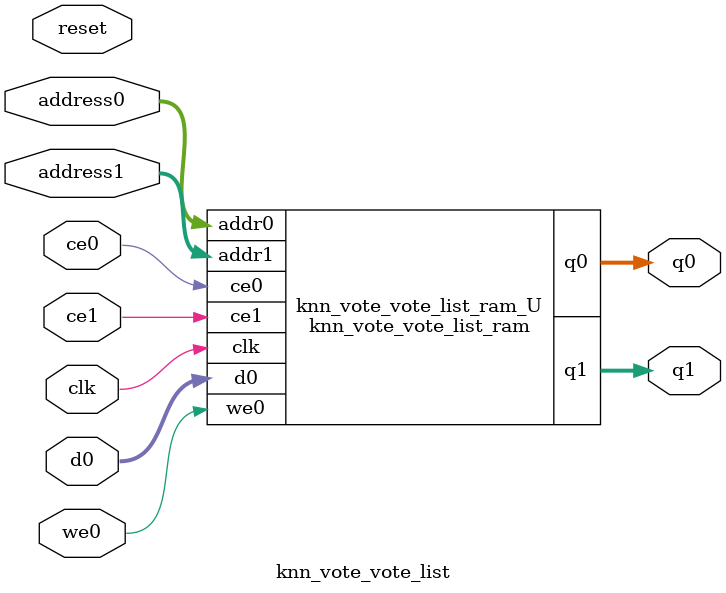
<source format=v>
`timescale 1 ns / 1 ps
module knn_vote_vote_list_ram (addr0, ce0, d0, we0, q0, addr1, ce1, q1,  clk);

parameter DWIDTH = 32;
parameter AWIDTH = 4;
parameter MEM_SIZE = 10;

input[AWIDTH-1:0] addr0;
input ce0;
input[DWIDTH-1:0] d0;
input we0;
output reg[DWIDTH-1:0] q0;
input[AWIDTH-1:0] addr1;
input ce1;
output reg[DWIDTH-1:0] q1;
input clk;

(* ram_style = "distributed" *)reg [DWIDTH-1:0] ram[0:MEM_SIZE-1];




always @(posedge clk)  
begin 
    if (ce0) 
    begin
        if (we0) 
        begin 
            ram[addr0] <= d0; 
        end 
        q0 <= ram[addr0];
    end
end


always @(posedge clk)  
begin 
    if (ce1) 
    begin
        q1 <= ram[addr1];
    end
end


endmodule

`timescale 1 ns / 1 ps
module knn_vote_vote_list(
    reset,
    clk,
    address0,
    ce0,
    we0,
    d0,
    q0,
    address1,
    ce1,
    q1);

parameter DataWidth = 32'd32;
parameter AddressRange = 32'd10;
parameter AddressWidth = 32'd4;
input reset;
input clk;
input[AddressWidth - 1:0] address0;
input ce0;
input we0;
input[DataWidth - 1:0] d0;
output[DataWidth - 1:0] q0;
input[AddressWidth - 1:0] address1;
input ce1;
output[DataWidth - 1:0] q1;



knn_vote_vote_list_ram knn_vote_vote_list_ram_U(
    .clk( clk ),
    .addr0( address0 ),
    .ce0( ce0 ),
    .we0( we0 ),
    .d0( d0 ),
    .q0( q0 ),
    .addr1( address1 ),
    .ce1( ce1 ),
    .q1( q1 ));

endmodule


</source>
